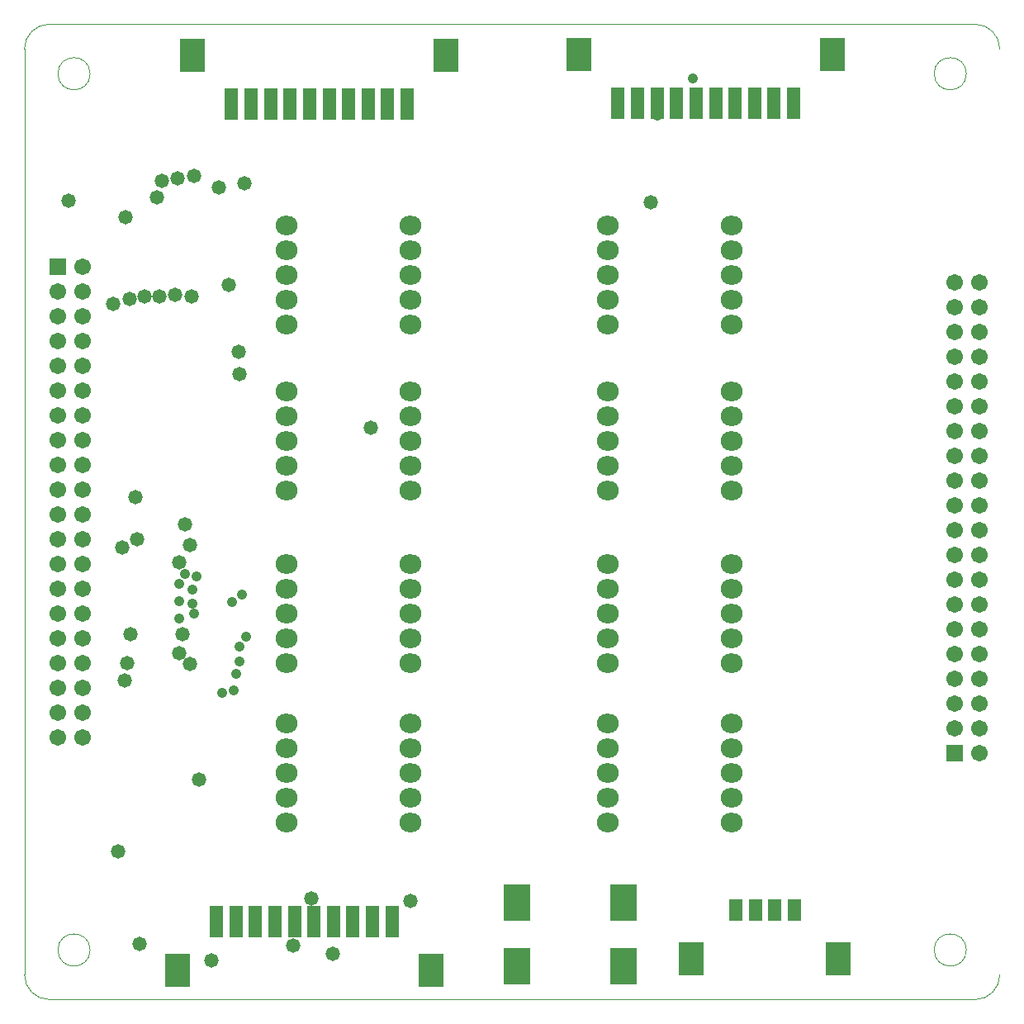
<source format=gts>
G04 Layer_Color=8388736*
%FSLAX25Y25*%
%MOIN*%
G70*
G01*
G75*
%ADD19C,0.00050*%
%ADD26R,0.10642X0.14579*%
%ADD27R,0.05524X0.08500*%
%ADD28R,0.09855X0.13792*%
%ADD29R,0.05524X0.13005*%
%ADD30C,0.06706*%
%ADD31R,0.06706X0.06706*%
%ADD32O,0.08800X0.07800*%
%ADD33C,0.04200*%
%ADD34C,0.05800*%
D19*
X696850Y686850D02*
G03*
X686850Y696850I-10000J0D01*
G01*
Y303150D02*
G03*
X696850Y313150I0J10000D01*
G01*
X303150D02*
G03*
X313150Y303150I10000J0D01*
G01*
Y696850D02*
G03*
X303150Y686850I0J-10000D01*
G01*
X329646Y676850D02*
G03*
X329646Y676850I-6496J0D01*
G01*
X683347Y323150D02*
G03*
X683347Y323150I-6496J0D01*
G01*
X329646D02*
G03*
X329646Y323150I-6496J0D01*
G01*
X683347Y676850D02*
G03*
X683347Y676850I-6496J0D01*
G01*
X313150Y303150D02*
X686850D01*
X303150Y313150D02*
Y686850D01*
X313150Y696850D02*
X686850D01*
D26*
X545000Y342295D02*
D03*
Y316705D02*
D03*
X502000Y342295D02*
D03*
Y316705D02*
D03*
D27*
X613894Y339347D02*
D03*
X606020D02*
D03*
X598146D02*
D03*
X590272D02*
D03*
D28*
X631500Y319500D02*
D03*
X572287D02*
D03*
X527000Y684500D02*
D03*
X629362D02*
D03*
X467244Y314815D02*
D03*
X364882D02*
D03*
X371008Y684185D02*
D03*
X473370D02*
D03*
D29*
X542748Y664815D02*
D03*
X550622D02*
D03*
X558496D02*
D03*
X566370D02*
D03*
X574244D02*
D03*
X582118D02*
D03*
X589992D02*
D03*
X597866D02*
D03*
X605740D02*
D03*
X613614D02*
D03*
X451496Y334500D02*
D03*
X443622D02*
D03*
X435748D02*
D03*
X427874D02*
D03*
X420000D02*
D03*
X412126D02*
D03*
X404252D02*
D03*
X396378D02*
D03*
X388504D02*
D03*
X380630D02*
D03*
X386756Y664500D02*
D03*
X394630D02*
D03*
X402504D02*
D03*
X410378D02*
D03*
X418252D02*
D03*
X426126D02*
D03*
X434000D02*
D03*
X441874D02*
D03*
X449748D02*
D03*
X457622D02*
D03*
D30*
X688500Y592500D02*
D03*
X678500D02*
D03*
X688500Y582500D02*
D03*
X678500D02*
D03*
X688500Y572500D02*
D03*
X678500D02*
D03*
X688500Y562500D02*
D03*
X678500D02*
D03*
X688500Y552500D02*
D03*
X678500D02*
D03*
X688500Y542500D02*
D03*
X678500D02*
D03*
X688500Y532500D02*
D03*
X678500D02*
D03*
X688500Y522500D02*
D03*
X678500D02*
D03*
X688500Y512500D02*
D03*
X678500D02*
D03*
X688500Y502500D02*
D03*
X678500D02*
D03*
X688500Y492500D02*
D03*
X678500D02*
D03*
X688500Y482500D02*
D03*
X678500D02*
D03*
X688500Y472500D02*
D03*
X678500D02*
D03*
X688500Y462500D02*
D03*
X678500D02*
D03*
X688500Y452500D02*
D03*
X678500D02*
D03*
X688500Y442500D02*
D03*
X678500D02*
D03*
X688500Y432500D02*
D03*
X678500D02*
D03*
X688500Y422500D02*
D03*
X678500D02*
D03*
X688500Y412500D02*
D03*
X678500D02*
D03*
X688500Y402500D02*
D03*
X326500Y409000D02*
D03*
X316500D02*
D03*
X326500Y419000D02*
D03*
X316500D02*
D03*
X326500Y429000D02*
D03*
X316500D02*
D03*
X326500Y439000D02*
D03*
X316500D02*
D03*
X326500Y449000D02*
D03*
X316500D02*
D03*
X326500Y459000D02*
D03*
X316500D02*
D03*
X326500Y469000D02*
D03*
X316500D02*
D03*
X326500Y479000D02*
D03*
X316500D02*
D03*
X326500Y489000D02*
D03*
X316500D02*
D03*
X326500Y499000D02*
D03*
X316500D02*
D03*
X326500Y509000D02*
D03*
X316500D02*
D03*
X326500Y519000D02*
D03*
X316500D02*
D03*
X326500Y529000D02*
D03*
X316500D02*
D03*
X326500Y539000D02*
D03*
X316500D02*
D03*
X326500Y549000D02*
D03*
X316500D02*
D03*
X326500Y559000D02*
D03*
X316500D02*
D03*
X326500Y569000D02*
D03*
X316500D02*
D03*
X326500Y579000D02*
D03*
X316500D02*
D03*
X326500Y589000D02*
D03*
X316500D02*
D03*
X326500Y599000D02*
D03*
D31*
X678500Y402500D02*
D03*
X316500Y599000D02*
D03*
D32*
X588500Y414500D02*
D03*
Y404500D02*
D03*
Y394500D02*
D03*
Y384500D02*
D03*
Y374500D02*
D03*
X538500D02*
D03*
Y384500D02*
D03*
Y394500D02*
D03*
Y404500D02*
D03*
Y414500D02*
D03*
X459000Y615500D02*
D03*
Y605500D02*
D03*
Y595500D02*
D03*
Y585500D02*
D03*
Y575500D02*
D03*
X409000D02*
D03*
Y585500D02*
D03*
Y595500D02*
D03*
Y605500D02*
D03*
Y615500D02*
D03*
X459000Y548500D02*
D03*
Y538500D02*
D03*
Y528500D02*
D03*
Y518500D02*
D03*
Y508500D02*
D03*
X409000D02*
D03*
Y518500D02*
D03*
Y528500D02*
D03*
Y538500D02*
D03*
Y548500D02*
D03*
X459000Y479000D02*
D03*
Y469000D02*
D03*
Y459000D02*
D03*
Y449000D02*
D03*
Y439000D02*
D03*
X409000D02*
D03*
Y449000D02*
D03*
Y459000D02*
D03*
Y469000D02*
D03*
Y479000D02*
D03*
X459000Y414500D02*
D03*
Y404500D02*
D03*
Y394500D02*
D03*
Y384500D02*
D03*
Y374500D02*
D03*
X409000D02*
D03*
Y384500D02*
D03*
Y394500D02*
D03*
Y404500D02*
D03*
Y414500D02*
D03*
X588500Y615500D02*
D03*
Y605500D02*
D03*
Y595500D02*
D03*
Y585500D02*
D03*
Y575500D02*
D03*
X538500D02*
D03*
Y585500D02*
D03*
Y595500D02*
D03*
Y605500D02*
D03*
Y615500D02*
D03*
X588500Y548500D02*
D03*
Y538500D02*
D03*
Y528500D02*
D03*
Y518500D02*
D03*
Y508500D02*
D03*
X538500D02*
D03*
Y518500D02*
D03*
Y528500D02*
D03*
Y538500D02*
D03*
Y548500D02*
D03*
X588500Y479000D02*
D03*
Y469000D02*
D03*
Y459000D02*
D03*
Y449000D02*
D03*
Y439000D02*
D03*
X538500D02*
D03*
Y449000D02*
D03*
Y459000D02*
D03*
Y469000D02*
D03*
Y479000D02*
D03*
D33*
X558500Y660000D02*
D03*
X566500Y661000D02*
D03*
X574500Y662500D02*
D03*
X582000Y661000D02*
D03*
X598000Y664000D02*
D03*
X573000Y675000D02*
D03*
X589500Y667000D02*
D03*
X605000Y668000D02*
D03*
X391000Y466500D02*
D03*
X368000Y475000D02*
D03*
X387000Y463500D02*
D03*
X372500Y474000D02*
D03*
X365500Y471000D02*
D03*
X392500Y449500D02*
D03*
X371000Y468500D02*
D03*
X390000Y445500D02*
D03*
Y439500D02*
D03*
X365500Y464000D02*
D03*
X388500Y434500D02*
D03*
X371000Y463000D02*
D03*
X371500Y459000D02*
D03*
X387500Y428000D02*
D03*
X383000Y427000D02*
D03*
X365500Y457000D02*
D03*
D34*
X443000Y534000D02*
D03*
X370000Y438500D02*
D03*
X367000Y450500D02*
D03*
X365500Y443000D02*
D03*
X346000Y450500D02*
D03*
X342500Y485500D02*
D03*
X365500Y479500D02*
D03*
X556000Y625000D02*
D03*
X321000Y625677D02*
D03*
X343500Y432000D02*
D03*
X344500Y439000D02*
D03*
X370000Y486500D02*
D03*
X368000Y495000D02*
D03*
X339000Y584000D02*
D03*
X356500Y627000D02*
D03*
X345500Y586000D02*
D03*
X358500Y633500D02*
D03*
X351500Y587000D02*
D03*
X365000Y634500D02*
D03*
X357500Y587000D02*
D03*
X371500Y635500D02*
D03*
X364000Y587500D02*
D03*
X392000Y632500D02*
D03*
X370500Y587000D02*
D03*
X381500Y631000D02*
D03*
X348000Y506000D02*
D03*
X348500Y489000D02*
D03*
X459000Y343000D02*
D03*
X378500Y319000D02*
D03*
X427500Y321500D02*
D03*
X349500Y325500D02*
D03*
X419000Y344000D02*
D03*
X411500Y325000D02*
D03*
X341000Y363000D02*
D03*
X373500Y392000D02*
D03*
X390000Y555500D02*
D03*
X389500Y564500D02*
D03*
X385500Y591500D02*
D03*
X344000Y619000D02*
D03*
M02*

</source>
